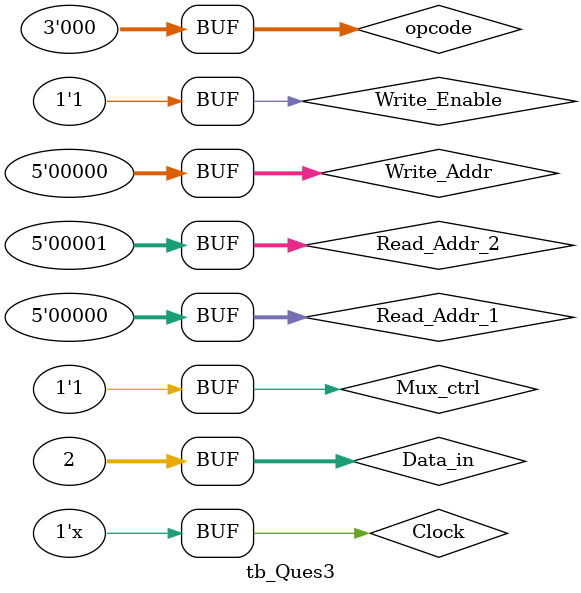
<source format=v>
module tb_Ques3();
 
wire [31:0] out;
  reg [31:0] Data_in;
reg [4:0] Read_Addr_1,Read_Addr_2,Write_Addr;
reg [2:0] opcode; 
reg Write_Enable, Clock=0, Mux_ctrl;

always #20 Clock = ~Clock;
  Ques3 DUT (out,zero,Data_in, Read_Addr_1, Read_Addr_2, Write_Addr, Write_Enable, Clock, Mux_ctrl,opcode);
  //Register_File register (Data_Out_1, Data_Out_2, Data_in, Read_Addr_1, Read_Addr_2, Write_Addr, Write_Enable, Clock);
  //ALU arithmatic (Result,zero,opcode,A,B);
  //mux_behav multiplexer (out,in1,in2,sel);

  initial 
  begin
  #0 Data_in=32'd2; Read_Addr_1=32'd0; Read_Addr_2=32'd0; Write_Addr=32'd0; Write_Enable=1'b1; Mux_ctrl=1'b0; opcode=3'b000; 
  #20 Data_in=32'd3; Read_Addr_1=32'd0; Read_Addr_2=32'd0; Write_Addr=32'd1; Write_Enable=1'b1; Mux_ctrl=1'b0; opcode=3'b000;
  #20 Data_in=32'd2; Read_Addr_1=32'd0; Read_Addr_2=32'd1; Write_Addr=32'd0; Write_Enable=1'b1; Mux_ctrl=1'b1; opcode=3'b000;

  end
  endmodule


</source>
